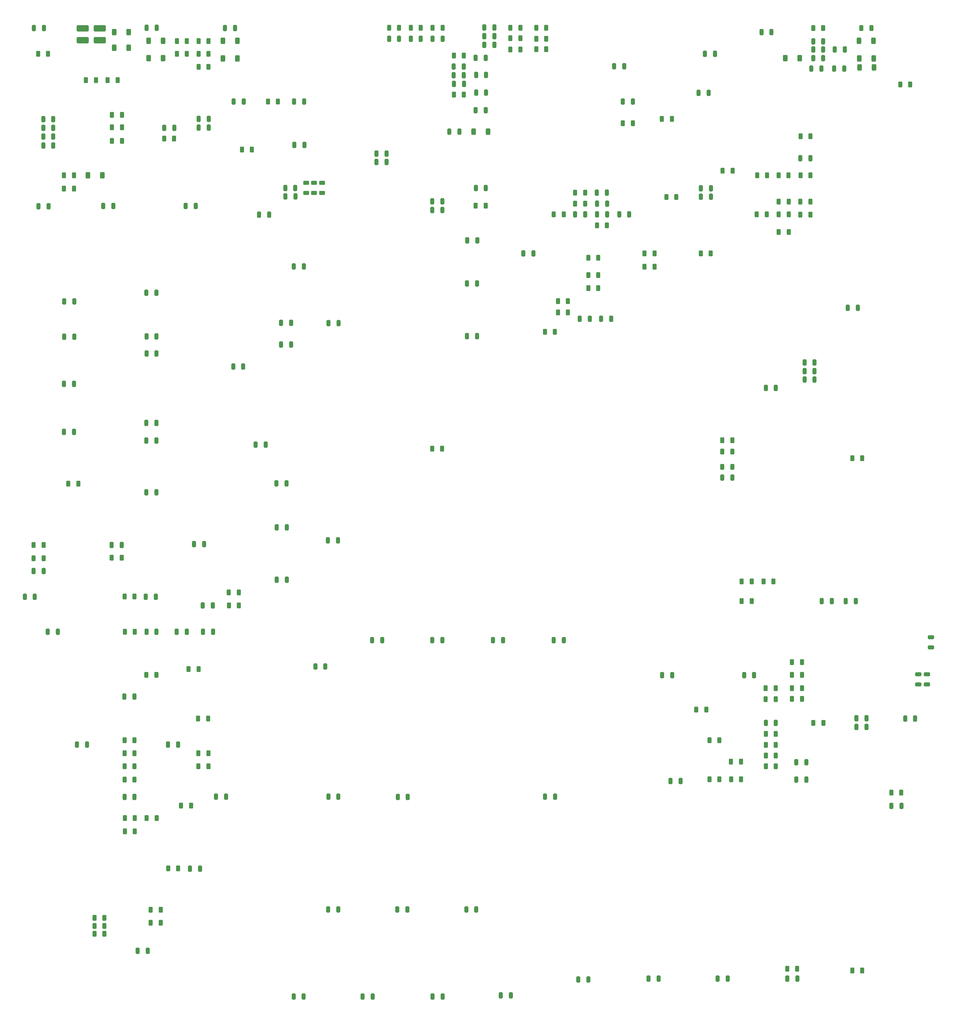
<source format=gbr>
%TF.GenerationSoftware,KiCad,Pcbnew,7.0.9*%
%TF.CreationDate,2024-06-15T20:43:59+01:00*%
%TF.ProjectId,IIci_Reloaded,49496369-5f52-4656-9c6f-616465642e6b,rev?*%
%TF.SameCoordinates,Original*%
%TF.FileFunction,Paste,Bot*%
%TF.FilePolarity,Positive*%
%FSLAX46Y46*%
G04 Gerber Fmt 4.6, Leading zero omitted, Abs format (unit mm)*
G04 Created by KiCad (PCBNEW 7.0.9) date 2024-06-15 20:43:59*
%MOMM*%
%LPD*%
G01*
G04 APERTURE LIST*
G04 Aperture macros list*
%AMRoundRect*
0 Rectangle with rounded corners*
0 $1 Rounding radius*
0 $2 $3 $4 $5 $6 $7 $8 $9 X,Y pos of 4 corners*
0 Add a 4 corners polygon primitive as box body*
4,1,4,$2,$3,$4,$5,$6,$7,$8,$9,$2,$3,0*
0 Add four circle primitives for the rounded corners*
1,1,$1+$1,$2,$3*
1,1,$1+$1,$4,$5*
1,1,$1+$1,$6,$7*
1,1,$1+$1,$8,$9*
0 Add four rect primitives between the rounded corners*
20,1,$1+$1,$2,$3,$4,$5,0*
20,1,$1+$1,$4,$5,$6,$7,0*
20,1,$1+$1,$6,$7,$8,$9,0*
20,1,$1+$1,$8,$9,$2,$3,0*%
G04 Aperture macros list end*
%ADD10RoundRect,0.250000X-0.312500X-0.625000X0.312500X-0.625000X0.312500X0.625000X-0.312500X0.625000X0*%
%ADD11RoundRect,0.250000X-0.325000X-0.650000X0.325000X-0.650000X0.325000X0.650000X-0.325000X0.650000X0*%
%ADD12RoundRect,0.250000X0.312500X0.625000X-0.312500X0.625000X-0.312500X-0.625000X0.312500X-0.625000X0*%
%ADD13RoundRect,0.250000X0.325000X0.650000X-0.325000X0.650000X-0.325000X-0.650000X0.325000X-0.650000X0*%
%ADD14RoundRect,0.249999X-0.387501X-0.700001X0.387501X-0.700001X0.387501X0.700001X-0.387501X0.700001X0*%
%ADD15RoundRect,0.250000X0.650000X-0.325000X0.650000X0.325000X-0.650000X0.325000X-0.650000X-0.325000X0*%
%ADD16RoundRect,0.249999X0.387501X0.700001X-0.387501X0.700001X-0.387501X-0.700001X0.387501X-0.700001X0*%
%ADD17RoundRect,0.250000X0.625000X-0.312500X0.625000X0.312500X-0.625000X0.312500X-0.625000X-0.312500X0*%
%ADD18RoundRect,0.250000X-1.500000X-0.650000X1.500000X-0.650000X1.500000X0.650000X-1.500000X0.650000X0*%
%ADD19RoundRect,0.250000X-0.650000X0.325000X-0.650000X-0.325000X0.650000X-0.325000X0.650000X0.325000X0*%
G04 APERTURE END LIST*
D10*
%TO.C,R72*%
X649801900Y-112445800D03*
X652726900Y-112445800D03*
%TD*%
D11*
%TO.C,C72*%
X781717000Y-558800D03*
X784667000Y-558800D03*
%TD*%
D12*
%TO.C,R58*%
X827783700Y-66725800D03*
X824858700Y-66725800D03*
%TD*%
D13*
%TO.C,C103*%
X827796200Y-77597000D03*
X824846200Y-77597000D03*
%TD*%
%TO.C,C153*%
X762899200Y-229209600D03*
X759949200Y-229209600D03*
%TD*%
D11*
%TO.C,C57*%
X625991400Y22225000D03*
X628941400Y22225000D03*
%TD*%
D13*
%TO.C,C67*%
X699805600Y7162800D03*
X696855600Y7162800D03*
%TD*%
D12*
%TO.C,R114*%
X643919400Y-208838800D03*
X640994400Y-208838800D03*
%TD*%
D13*
%TO.C,C112*%
X658987800Y-112471200D03*
X656037800Y-112471200D03*
%TD*%
D14*
%TO.C,L2*%
X646764300Y52755800D03*
X650989300Y52755800D03*
%TD*%
D12*
%TO.C,R2*%
X854413600Y53949600D03*
X851488600Y53949600D03*
%TD*%
D13*
%TO.C,C115*%
X863938600Y-113792000D03*
X860988600Y-113792000D03*
%TD*%
%TO.C,C142*%
X652739400Y-171069000D03*
X649789400Y-171069000D03*
%TD*%
D11*
%TO.C,C129*%
X864112800Y-148056600D03*
X867062800Y-148056600D03*
%TD*%
D12*
%TO.C,R110*%
X846793600Y-221411800D03*
X843868600Y-221411800D03*
%TD*%
D10*
%TO.C,R27*%
X847744100Y22250400D03*
X850669100Y22250400D03*
%TD*%
%TO.C,R87*%
X837609500Y-155829000D03*
X840534500Y-155829000D03*
%TD*%
%TO.C,R85*%
X837609500Y-152628600D03*
X840534500Y-152628600D03*
%TD*%
D13*
%TO.C,C146*%
X712353200Y-204038200D03*
X709403200Y-204038200D03*
%TD*%
D11*
%TO.C,C151*%
X803230800Y-224256600D03*
X806180800Y-224256600D03*
%TD*%
D13*
%TO.C,C98*%
X840521600Y-51409600D03*
X837571600Y-51409600D03*
%TD*%
D10*
%TO.C,R12*%
X770375700Y47752000D03*
X773300700Y47752000D03*
%TD*%
D11*
%TO.C,C119*%
X722331800Y-125222000D03*
X725281800Y-125222000D03*
%TD*%
D13*
%TO.C,C107*%
X712327800Y-95986600D03*
X709377800Y-95986600D03*
%TD*%
D11*
%TO.C,C82*%
X632111000Y-26085800D03*
X635061000Y-26085800D03*
%TD*%
D13*
%TO.C,C59*%
X726551800Y17170400D03*
X723601800Y17170400D03*
%TD*%
D11*
%TO.C,C89*%
X656215600Y-36296600D03*
X659165600Y-36296600D03*
%TD*%
D12*
%TO.C,R56*%
X779650700Y-26009600D03*
X776725700Y-26009600D03*
%TD*%
D10*
%TO.C,R68*%
X830533600Y-108051600D03*
X833458600Y-108051600D03*
%TD*%
D11*
%TO.C,C100*%
X632034800Y-64262000D03*
X634984800Y-64262000D03*
%TD*%
D10*
%TO.C,R90*%
X827373300Y-160782000D03*
X830298300Y-160782000D03*
%TD*%
%TO.C,R101*%
X656278900Y-177292000D03*
X659203900Y-177292000D03*
%TD*%
D13*
%TO.C,C121*%
X668004800Y-122732800D03*
X665054800Y-122732800D03*
%TD*%
D12*
%TO.C,R52*%
X788515300Y-13284200D03*
X785590300Y-13284200D03*
%TD*%
D10*
%TO.C,R41*%
X781754900Y2590800D03*
X784679900Y2590800D03*
%TD*%
D12*
%TO.C,R100*%
X669262300Y-173659800D03*
X666337300Y-173659800D03*
%TD*%
D15*
%TO.C,C160*%
X882218200Y-138128800D03*
X882218200Y-135178800D03*
%TD*%
D11*
%TO.C,C42*%
X857576600Y42062400D03*
X860526600Y42062400D03*
%TD*%
D12*
%TO.C,R9*%
X765706100Y50977800D03*
X762781100Y50977800D03*
%TD*%
D10*
%TO.C,R93*%
X649801900Y-158343600D03*
X652726900Y-158343600D03*
%TD*%
D11*
%TO.C,C75*%
X624592600Y1803400D03*
X627542600Y1803400D03*
%TD*%
D10*
%TO.C,R79*%
X845254900Y-142392400D03*
X848179900Y-142392400D03*
%TD*%
D12*
%TO.C,R33*%
X850669100Y10845800D03*
X847744100Y10845800D03*
%TD*%
D11*
%TO.C,C126*%
X831221600Y-135432800D03*
X834171600Y-135432800D03*
%TD*%
D13*
%TO.C,C161*%
X881331000Y-148158200D03*
X878381000Y-148158200D03*
%TD*%
D10*
%TO.C,R6*%
X733621900Y54051200D03*
X736546900Y54051200D03*
%TD*%
D13*
%TO.C,C97*%
X851873600Y-48945800D03*
X848923600Y-48945800D03*
%TD*%
D16*
%TO.C,L13*%
X643267700Y10845800D03*
X639042700Y10845800D03*
%TD*%
D13*
%TO.C,C62*%
X850630800Y15875000D03*
X847680800Y15875000D03*
%TD*%
D11*
%TO.C,C68*%
X788143200Y2590800D03*
X791093200Y2590800D03*
%TD*%
D16*
%TO.C,L11*%
X661068800Y45110400D03*
X656843800Y45110400D03*
%TD*%
D11*
%TO.C,C48*%
X699471800Y32410400D03*
X702421800Y32410400D03*
%TD*%
D10*
%TO.C,R17*%
X624503500Y46405800D03*
X627428500Y46405800D03*
%TD*%
D12*
%TO.C,R62*%
X827783700Y-74447400D03*
X824858700Y-74447400D03*
%TD*%
D13*
%TO.C,C147*%
X656600200Y-216103200D03*
X653650200Y-216103200D03*
%TD*%
D10*
%TO.C,R67*%
X836913000Y-108051600D03*
X839838000Y-108051600D03*
%TD*%
D11*
%TO.C,C145*%
X729697800Y-204038200D03*
X732647800Y-204038200D03*
%TD*%
D13*
%TO.C,C76*%
X692160200Y-660400D03*
X689210200Y-660400D03*
%TD*%
D11*
%TO.C,C105*%
X656164800Y-81965800D03*
X659114800Y-81965800D03*
%TD*%
D13*
%TO.C,C31*%
X730209400Y50850800D03*
X727259400Y50850800D03*
%TD*%
D10*
%TO.C,R80*%
X837533300Y-139217400D03*
X840458300Y-139217400D03*
%TD*%
D13*
%TO.C,C55*%
X664347200Y24765000D03*
X661397200Y24765000D03*
%TD*%
D14*
%TO.C,L3*%
X864895200Y50190400D03*
X869120200Y50190400D03*
%TD*%
D11*
%TO.C,C111*%
X623170200Y-104927400D03*
X626120200Y-104927400D03*
%TD*%
%TO.C,C46*%
X752737400Y35052000D03*
X755687400Y35052000D03*
%TD*%
D12*
%TO.C,R82*%
X820138300Y-145542000D03*
X817213300Y-145542000D03*
%TD*%
%TO.C,R86*%
X824024500Y-154508200D03*
X821099500Y-154508200D03*
%TD*%
%TO.C,R47*%
X755571500Y2006600D03*
X752646500Y2006600D03*
%TD*%
D11*
%TO.C,C58*%
X699499000Y19735800D03*
X702449000Y19735800D03*
%TD*%
D13*
%TO.C,C37*%
X796122400Y42799000D03*
X793172400Y42799000D03*
%TD*%
D12*
%TO.C,R77*%
X659102300Y-135331200D03*
X656177300Y-135331200D03*
%TD*%
D10*
%TO.C,R24*%
X807144200Y27330400D03*
X810069200Y27330400D03*
%TD*%
%TO.C,R99*%
X874337900Y-169824400D03*
X877262900Y-169824400D03*
%TD*%
D11*
%TO.C,C35*%
X755123200Y49072800D03*
X758073200Y49072800D03*
%TD*%
%TO.C,C29*%
X739984800Y50850800D03*
X742934800Y50850800D03*
%TD*%
D10*
%TO.C,R102*%
X649878100Y-177292000D03*
X652803100Y-177292000D03*
%TD*%
D13*
%TO.C,C106*%
X697341800Y-92176600D03*
X694391800Y-92176600D03*
%TD*%
D11*
%TO.C,C92*%
X656215600Y-41325800D03*
X659165600Y-41325800D03*
%TD*%
D13*
%TO.C,C127*%
X810168600Y-135432800D03*
X807218600Y-135432800D03*
%TD*%
%TO.C,C70*%
X797595600Y-558800D03*
X794645600Y-558800D03*
%TD*%
D11*
%TO.C,C28*%
X755123200Y51612800D03*
X758073200Y51612800D03*
%TD*%
D13*
%TO.C,C110*%
X697341800Y-107467400D03*
X694391800Y-107467400D03*
%TD*%
D12*
%TO.C,R20*%
X641423900Y38709600D03*
X638498900Y38709600D03*
%TD*%
D11*
%TO.C,C30*%
X733609400Y50850800D03*
X736559400Y50850800D03*
%TD*%
D10*
%TO.C,R81*%
X837533300Y-142468600D03*
X840458300Y-142468600D03*
%TD*%
D11*
%TO.C,C40*%
X752737400Y40208200D03*
X755687400Y40208200D03*
%TD*%
D13*
%TO.C,C34*%
X822692600Y46456600D03*
X819742600Y46456600D03*
%TD*%
D12*
%TO.C,R29*%
X664334700Y21615400D03*
X661409700Y21615400D03*
%TD*%
D11*
%TO.C,C80*%
X750068600Y-20802600D03*
X753018600Y-20802600D03*
%TD*%
D12*
%TO.C,R106*%
X660372300Y-207924400D03*
X657447300Y-207924400D03*
%TD*%
D11*
%TO.C,C135*%
X846488800Y-165989000D03*
X849438800Y-165989000D03*
%TD*%
D13*
%TO.C,C140*%
X712429400Y-171018200D03*
X709479400Y-171018200D03*
%TD*%
D12*
%TO.C,R115*%
X643919400Y-206476600D03*
X640994400Y-206476600D03*
%TD*%
D13*
%TO.C,C137*%
X877300800Y-173710600D03*
X874350800Y-173710600D03*
%TD*%
D10*
%TO.C,R15*%
X671482800Y46431200D03*
X674407800Y46431200D03*
%TD*%
%TO.C,R70*%
X830508200Y-113741200D03*
X833433200Y-113741200D03*
%TD*%
D12*
%TO.C,R48*%
X791080700Y-3810000D03*
X788155700Y-3810000D03*
%TD*%
D10*
%TO.C,R94*%
X671442700Y-162077400D03*
X674367700Y-162077400D03*
%TD*%
D12*
%TO.C,R34*%
X844242900Y10845800D03*
X841317900Y10845800D03*
%TD*%
%TO.C,R50*%
X821484500Y-11988800D03*
X818559500Y-11988800D03*
%TD*%
D11*
%TO.C,C99*%
X656190200Y-61645800D03*
X659140200Y-61645800D03*
%TD*%
%TO.C,C44*%
X746233200Y37592000D03*
X749183200Y37592000D03*
%TD*%
D10*
%TO.C,R51*%
X802074900Y-11988800D03*
X804999900Y-11988800D03*
%TD*%
D11*
%TO.C,C96*%
X632034800Y-50190400D03*
X634984800Y-50190400D03*
%TD*%
D15*
%TO.C,C159*%
X884783600Y-138125200D03*
X884783600Y-135175200D03*
%TD*%
D11*
%TO.C,C36*%
X851463600Y45110400D03*
X854413600Y45110400D03*
%TD*%
D13*
%TO.C,C69*%
X699832800Y4648200D03*
X696882800Y4648200D03*
%TD*%
D10*
%TO.C,R10*%
X671493500Y50165000D03*
X674418500Y50165000D03*
%TD*%
D11*
%TO.C,C149*%
X843870800Y-224256600D03*
X846820800Y-224256600D03*
%TD*%
D16*
%TO.C,L5*%
X661073100Y50241200D03*
X656848100Y50241200D03*
%TD*%
D13*
%TO.C,C141*%
X679561800Y-171043600D03*
X676611800Y-171043600D03*
%TD*%
D11*
%TO.C,C84*%
X789387800Y-31140400D03*
X792337800Y-31140400D03*
%TD*%
D12*
%TO.C,R45*%
X837867500Y-609600D03*
X834942500Y-609600D03*
%TD*%
D11*
%TO.C,C41*%
X746207800Y40132000D03*
X749157800Y40132000D03*
%TD*%
%TO.C,C150*%
X823500000Y-224256600D03*
X826450000Y-224256600D03*
%TD*%
D12*
%TO.C,R83*%
X854453700Y-149377400D03*
X851528700Y-149377400D03*
%TD*%
%TO.C,R43*%
X850618300Y-635000D03*
X847693300Y-635000D03*
%TD*%
D13*
%TO.C,C23*%
X682127200Y53975000D03*
X679177200Y53975000D03*
%TD*%
D12*
%TO.C,R60*%
X827783700Y-69977000D03*
X824858700Y-69977000D03*
%TD*%
D11*
%TO.C,C116*%
X775443200Y-125171200D03*
X778393200Y-125171200D03*
%TD*%
D10*
%TO.C,R11*%
X665143500Y50165000D03*
X668068500Y50165000D03*
%TD*%
D12*
%TO.C,R65*%
X648967700Y-101041200D03*
X646042700Y-101041200D03*
%TD*%
D11*
%TO.C,C43*%
X850921800Y42062400D03*
X853871800Y42062400D03*
%TD*%
%TO.C,C52*%
X625989600Y27279600D03*
X628939600Y27279600D03*
%TD*%
D10*
%TO.C,R28*%
X646118900Y24892000D03*
X649043900Y24892000D03*
%TD*%
D12*
%TO.C,R1*%
X868476400Y53949600D03*
X865551400Y53949600D03*
%TD*%
D10*
%TO.C,R73*%
X649903500Y-122707400D03*
X652828500Y-122707400D03*
%TD*%
D12*
%TO.C,R61*%
X742795300Y-69113400D03*
X739870300Y-69113400D03*
%TD*%
D11*
%TO.C,C45*%
X817886600Y34975800D03*
X820836600Y34975800D03*
%TD*%
D13*
%TO.C,C47*%
X798660600Y32461200D03*
X795710600Y32461200D03*
%TD*%
%TO.C,C79*%
X702318400Y-15849600D03*
X699368400Y-15849600D03*
%TD*%
D11*
%TO.C,C65*%
X752661200Y7112000D03*
X755611200Y7112000D03*
%TD*%
%TO.C,C51*%
X671481000Y27355800D03*
X674431000Y27355800D03*
%TD*%
D10*
%TO.C,R21*%
X876979500Y37439600D03*
X879904500Y37439600D03*
%TD*%
D12*
%TO.C,R59*%
X865832900Y-71932800D03*
X862907900Y-71932800D03*
%TD*%
D13*
%TO.C,C73*%
X670621000Y1905000D03*
X667671000Y1905000D03*
%TD*%
D11*
%TO.C,C101*%
X688168800Y-67995800D03*
X691118800Y-67995800D03*
%TD*%
D10*
%TO.C,R71*%
X680358100Y-115011200D03*
X683283100Y-115011200D03*
%TD*%
D11*
%TO.C,C144*%
X749865400Y-204063600D03*
X752815400Y-204063600D03*
%TD*%
D10*
%TO.C,R69*%
X680343400Y-111226600D03*
X683268400Y-111226600D03*
%TD*%
D12*
%TO.C,R42*%
X634997700Y6959600D03*
X632072700Y6959600D03*
%TD*%
D10*
%TO.C,R14*%
X746220300Y45897800D03*
X749145300Y45897800D03*
%TD*%
D11*
%TO.C,C38*%
X752608600Y45237400D03*
X755558600Y45237400D03*
%TD*%
D10*
%TO.C,R3*%
X770375700Y54076600D03*
X773300700Y54076600D03*
%TD*%
D14*
%TO.C,L7*%
X864980000Y45085000D03*
X869205000Y45085000D03*
%TD*%
D10*
%TO.C,R112*%
X776725700Y-29260800D03*
X779650700Y-29260800D03*
%TD*%
D11*
%TO.C,C71*%
X788143200Y-558800D03*
X791093200Y-558800D03*
%TD*%
%TO.C,C49*%
X681742600Y32486600D03*
X684692600Y32486600D03*
%TD*%
D13*
%TO.C,C125*%
X708619400Y-132918200D03*
X705669400Y-132918200D03*
%TD*%
D12*
%TO.C,R104*%
X665503100Y-192024000D03*
X662578100Y-192024000D03*
%TD*%
D10*
%TO.C,R5*%
X739997300Y54051200D03*
X742922300Y54051200D03*
%TD*%
D11*
%TO.C,C93*%
X848925400Y-43891200D03*
X851875400Y-43891200D03*
%TD*%
%TO.C,C132*%
X662540200Y-155727400D03*
X665490200Y-155727400D03*
%TD*%
%TO.C,C108*%
X670134800Y-97053400D03*
X673084800Y-97053400D03*
%TD*%
%TO.C,C77*%
X750144800Y-8178800D03*
X753094800Y-8178800D03*
%TD*%
D13*
%TO.C,C113*%
X623529400Y-112522000D03*
X620579400Y-112522000D03*
%TD*%
D11*
%TO.C,C157*%
X739883200Y3276600D03*
X742833200Y3276600D03*
%TD*%
D10*
%TO.C,R22*%
X746245700Y34442400D03*
X749170700Y34442400D03*
%TD*%
D11*
%TO.C,C60*%
X625991400Y19558000D03*
X628941400Y19558000D03*
%TD*%
%TO.C,C134*%
X846487000Y-160934400D03*
X849437000Y-160934400D03*
%TD*%
%TO.C,C88*%
X750043200Y-36195000D03*
X752993200Y-36195000D03*
%TD*%
%TO.C,C91*%
X695609200Y-38684200D03*
X698559200Y-38684200D03*
%TD*%
D13*
%TO.C,C86*%
X712480200Y-32385000D03*
X709530200Y-32385000D03*
%TD*%
D12*
%TO.C,R63*%
X636278400Y-79400400D03*
X633353400Y-79400400D03*
%TD*%
D10*
%TO.C,R74*%
X845254900Y-131622800D03*
X848179900Y-131622800D03*
%TD*%
D13*
%TO.C,C83*%
X864550000Y-27940000D03*
X861600000Y-27940000D03*
%TD*%
D17*
%TO.C,R109*%
X702978800Y5736400D03*
X702978800Y8661400D03*
%TD*%
D13*
%TO.C,C123*%
X630233200Y-122732800D03*
X627283200Y-122732800D03*
%TD*%
D18*
%TO.C,D10*%
X637556400Y50419000D03*
X642556400Y50419000D03*
%TD*%
D11*
%TO.C,C131*%
X864112800Y-150596600D03*
X867062800Y-150596600D03*
%TD*%
D16*
%TO.C,L12*%
X756221500Y23622000D03*
X751996500Y23622000D03*
%TD*%
D10*
%TO.C,R57*%
X772890300Y-34975800D03*
X775815300Y-34975800D03*
%TD*%
%TO.C,R91*%
X671442700Y-158292800D03*
X674367700Y-158292800D03*
%TD*%
D13*
%TO.C,C78*%
X769503200Y-11988800D03*
X766553200Y-11988800D03*
%TD*%
D10*
%TO.C,R66*%
X623182700Y-101219000D03*
X626107700Y-101219000D03*
%TD*%
%TO.C,R88*%
X649801900Y-154508200D03*
X652726900Y-154508200D03*
%TD*%
D13*
%TO.C,C136*%
X812632400Y-166420800D03*
X809682400Y-166420800D03*
%TD*%
D12*
%TO.C,R19*%
X647773900Y38709600D03*
X644848900Y38709600D03*
%TD*%
D17*
%TO.C,R108*%
X705315600Y5736400D03*
X705315600Y8661400D03*
%TD*%
D11*
%TO.C,C81*%
X656164800Y-23520400D03*
X659114800Y-23520400D03*
%TD*%
D12*
%TO.C,R35*%
X837969100Y10845800D03*
X835044100Y10845800D03*
%TD*%
D10*
%TO.C,R46*%
X775506500Y-558800D03*
X778431500Y-558800D03*
%TD*%
D11*
%TO.C,C63*%
X818597800Y7010400D03*
X821547800Y7010400D03*
%TD*%
D14*
%TO.C,L4*%
X678615900Y50190400D03*
X682840900Y50190400D03*
%TD*%
D11*
%TO.C,C104*%
X694290200Y-79349600D03*
X697240200Y-79349600D03*
%TD*%
D10*
%TO.C,R40*%
X808450300Y4546600D03*
X811375300Y4546600D03*
%TD*%
D13*
%TO.C,C33*%
X854413600Y47675800D03*
X851463600Y47675800D03*
%TD*%
%TO.C,C156*%
X702269400Y-229514400D03*
X699319400Y-229514400D03*
%TD*%
D11*
%TO.C,C130*%
X837571600Y-149402800D03*
X840521600Y-149402800D03*
%TD*%
%TO.C,C120*%
X672751000Y-122732800D03*
X675701000Y-122732800D03*
%TD*%
D12*
%TO.C,R13*%
X765706100Y47701200D03*
X762781100Y47701200D03*
%TD*%
D10*
%TO.C,R84*%
X671366500Y-148132800D03*
X674291500Y-148132800D03*
%TD*%
D11*
%TO.C,C118*%
X739908600Y-125171200D03*
X742858600Y-125171200D03*
%TD*%
D13*
%TO.C,C124*%
X856928200Y-113792000D03*
X853978200Y-113792000D03*
%TD*%
D12*
%TO.C,R36*%
X634997700Y10845800D03*
X632072700Y10845800D03*
%TD*%
D10*
%TO.C,R32*%
X824949600Y12217400D03*
X827874600Y12217400D03*
%TD*%
D13*
%TO.C,C158*%
X742833200Y736600D03*
X739883200Y736600D03*
%TD*%
D11*
%TO.C,C117*%
X757663200Y-125171200D03*
X760613200Y-125171200D03*
%TD*%
D13*
%TO.C,C138*%
X775878600Y-171018200D03*
X772928600Y-171018200D03*
%TD*%
D11*
%TO.C,C143*%
X668941000Y-192049400D03*
X671891000Y-192049400D03*
%TD*%
D13*
%TO.C,C128*%
X652688600Y-141706600D03*
X649738600Y-141706600D03*
%TD*%
D11*
%TO.C,C94*%
X681615600Y-45110400D03*
X684565600Y-45110400D03*
%TD*%
%TO.C,C53*%
X744936000Y23622000D03*
X747886000Y23622000D03*
%TD*%
D12*
%TO.C,R98*%
X652726900Y-165989000D03*
X649801900Y-165989000D03*
%TD*%
D10*
%TO.C,R103*%
X649878100Y-181178200D03*
X652803100Y-181178200D03*
%TD*%
D13*
%TO.C,C114*%
X675650200Y-115011200D03*
X672700200Y-115011200D03*
%TD*%
D12*
%TO.C,R49*%
X844268300Y-5740400D03*
X841343300Y-5740400D03*
%TD*%
%TO.C,R31*%
X687103800Y18415000D03*
X684178800Y18415000D03*
%TD*%
%TO.C,R44*%
X844293700Y-609600D03*
X841368700Y-609600D03*
%TD*%
%TO.C,R75*%
X848179900Y-135356600D03*
X845254900Y-135356600D03*
%TD*%
D16*
%TO.C,L8*%
X847530200Y45135800D03*
X843305200Y45135800D03*
%TD*%
D13*
%TO.C,C154*%
X742960200Y-229514400D03*
X740010200Y-229514400D03*
%TD*%
D11*
%TO.C,C27*%
X851463600Y50038000D03*
X854413600Y50038000D03*
%TD*%
D10*
%TO.C,R76*%
X668532400Y-133629400D03*
X671457400Y-133629400D03*
%TD*%
%TO.C,R37*%
X781754900Y5791200D03*
X784679900Y5791200D03*
%TD*%
D11*
%TO.C,C66*%
X818599600Y4597400D03*
X821549600Y4597400D03*
%TD*%
D12*
%TO.C,R23*%
X694738500Y32435800D03*
X691813500Y32435800D03*
%TD*%
D10*
%TO.C,R89*%
X837609500Y-158978600D03*
X840534500Y-158978600D03*
%TD*%
D11*
%TO.C,C26*%
X623271800Y53949600D03*
X626221800Y53949600D03*
%TD*%
D10*
%TO.C,R53*%
X802074900Y-15875000D03*
X804999900Y-15875000D03*
%TD*%
D12*
%TO.C,R97*%
X824024500Y-165938200D03*
X821099500Y-165938200D03*
%TD*%
D11*
%TO.C,C152*%
X782656800Y-224510600D03*
X785606800Y-224510600D03*
%TD*%
D10*
%TO.C,R8*%
X770375700Y50825400D03*
X773300700Y50825400D03*
%TD*%
D12*
%TO.C,R95*%
X652726900Y-162128200D03*
X649801900Y-162128200D03*
%TD*%
%TO.C,R38*%
X850618300Y3149600D03*
X847693300Y3149600D03*
%TD*%
D13*
%TO.C,C32*%
X860687400Y47675800D03*
X857737400Y47675800D03*
%TD*%
D11*
%TO.C,C133*%
X635870200Y-155803600D03*
X638820200Y-155803600D03*
%TD*%
D12*
%TO.C,R16*%
X668068500Y46431200D03*
X665143500Y46431200D03*
%TD*%
%TO.C,R26*%
X649043900Y28575000D03*
X646118900Y28575000D03*
%TD*%
%TO.C,R55*%
X788515300Y-22174200D03*
X785590300Y-22174200D03*
%TD*%
D10*
%TO.C,R30*%
X646118900Y20955000D03*
X649043900Y20955000D03*
%TD*%
D18*
%TO.C,D9*%
X637531000Y53898800D03*
X642531000Y53898800D03*
%TD*%
D13*
%TO.C,C109*%
X648954800Y-97307400D03*
X646004800Y-97307400D03*
%TD*%
D12*
%TO.C,R96*%
X830349100Y-165938200D03*
X827424100Y-165938200D03*
%TD*%
%TO.C,R54*%
X788515300Y-18313400D03*
X785590300Y-18313400D03*
%TD*%
D13*
%TO.C,C122*%
X659165600Y-122732800D03*
X656215600Y-122732800D03*
%TD*%
D11*
%TO.C,C22*%
X836301600Y52730400D03*
X839251600Y52730400D03*
%TD*%
D13*
%TO.C,C61*%
X726551800Y14757400D03*
X723601800Y14757400D03*
%TD*%
D11*
%TO.C,C90*%
X632161800Y-36372800D03*
X635111800Y-36372800D03*
%TD*%
%TO.C,C24*%
X656241000Y54051200D03*
X659191000Y54051200D03*
%TD*%
D17*
%TO.C,R107*%
X707652400Y5736400D03*
X707652400Y8661400D03*
%TD*%
D13*
%TO.C,C87*%
X698559200Y-32308800D03*
X695609200Y-32308800D03*
%TD*%
D11*
%TO.C,C102*%
X656190200Y-66751200D03*
X659140200Y-66751200D03*
%TD*%
%TO.C,C21*%
X755121400Y54152800D03*
X758071400Y54152800D03*
%TD*%
%TO.C,C50*%
X752608600Y29921200D03*
X755558600Y29921200D03*
%TD*%
D10*
%TO.C,R78*%
X845254900Y-139242800D03*
X848179900Y-139242800D03*
%TD*%
D11*
%TO.C,C56*%
X625989600Y24765000D03*
X628939600Y24765000D03*
%TD*%
D13*
%TO.C,C85*%
X786064000Y-31140400D03*
X783114000Y-31140400D03*
%TD*%
%TO.C,C54*%
X674432800Y24815800D03*
X671482800Y24815800D03*
%TD*%
D10*
%TO.C,R113*%
X640994400Y-211175600D03*
X643919400Y-211175600D03*
%TD*%
D19*
%TO.C,C148*%
X885985800Y-124382000D03*
X885985800Y-127332000D03*
%TD*%
D12*
%TO.C,R111*%
X865832900Y-221919800D03*
X862907900Y-221919800D03*
%TD*%
D11*
%TO.C,C139*%
X729799400Y-171069000D03*
X732749400Y-171069000D03*
%TD*%
D12*
%TO.C,R105*%
X660372300Y-204089000D03*
X657447300Y-204089000D03*
%TD*%
D13*
%TO.C,C74*%
X646516400Y1854200D03*
X643566400Y1854200D03*
%TD*%
D12*
%TO.C,R18*%
X674418500Y42646600D03*
X671493500Y42646600D03*
%TD*%
D13*
%TO.C,C95*%
X851875400Y-46482000D03*
X848925400Y-46482000D03*
%TD*%
D12*
%TO.C,R64*%
X626107700Y-97358200D03*
X623182700Y-97358200D03*
%TD*%
D16*
%TO.C,L6*%
X650989300Y48234600D03*
X646764300Y48234600D03*
%TD*%
D12*
%TO.C,R39*%
X844293700Y3149600D03*
X841368700Y3149600D03*
%TD*%
%TO.C,R25*%
X798660600Y26085800D03*
X795735600Y26085800D03*
%TD*%
%TO.C,R7*%
X730196900Y54051200D03*
X727271900Y54051200D03*
%TD*%
%TO.C,R4*%
X765695400Y54076600D03*
X762770400Y54076600D03*
%TD*%
D11*
%TO.C,C39*%
X746207800Y42722800D03*
X749157800Y42722800D03*
%TD*%
D10*
%TO.C,R92*%
X837609500Y-162102800D03*
X840534500Y-162102800D03*
%TD*%
D11*
%TO.C,C64*%
X788117800Y5791200D03*
X791067800Y5791200D03*
%TD*%
D14*
%TO.C,L9*%
X678615900Y45085000D03*
X682840900Y45085000D03*
%TD*%
D13*
%TO.C,C155*%
X722486000Y-229514400D03*
X719536000Y-229514400D03*
%TD*%
D16*
%TO.C,L10*%
X869238800Y42418000D03*
X865013800Y42418000D03*
%TD*%
M02*

</source>
